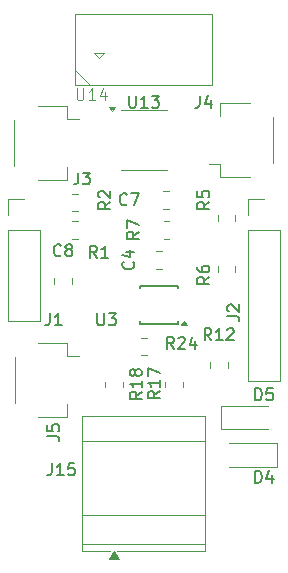
<source format=gbr>
%TF.GenerationSoftware,KiCad,Pcbnew,9.0.3*%
%TF.CreationDate,2026-01-02T19:57:45-06:00*%
%TF.ProjectId,IsolatedADSandVoltmeterPCB,49736f6c-6174-4656-9441-4453616e6456,rev?*%
%TF.SameCoordinates,Original*%
%TF.FileFunction,Legend,Top*%
%TF.FilePolarity,Positive*%
%FSLAX46Y46*%
G04 Gerber Fmt 4.6, Leading zero omitted, Abs format (unit mm)*
G04 Created by KiCad (PCBNEW 9.0.3) date 2026-01-02 19:57:45*
%MOMM*%
%LPD*%
G01*
G04 APERTURE LIST*
%ADD10C,0.150000*%
%ADD11C,0.100000*%
%ADD12C,0.120000*%
G04 APERTURE END LIST*
D10*
X144234819Y-60658333D02*
X144949104Y-60658333D01*
X144949104Y-60658333D02*
X145091961Y-60705952D01*
X145091961Y-60705952D02*
X145187200Y-60801190D01*
X145187200Y-60801190D02*
X145234819Y-60944047D01*
X145234819Y-60944047D02*
X145234819Y-61039285D01*
X144330057Y-60229761D02*
X144282438Y-60182142D01*
X144282438Y-60182142D02*
X144234819Y-60086904D01*
X144234819Y-60086904D02*
X144234819Y-59848809D01*
X144234819Y-59848809D02*
X144282438Y-59753571D01*
X144282438Y-59753571D02*
X144330057Y-59705952D01*
X144330057Y-59705952D02*
X144425295Y-59658333D01*
X144425295Y-59658333D02*
X144520533Y-59658333D01*
X144520533Y-59658333D02*
X144663390Y-59705952D01*
X144663390Y-59705952D02*
X145234819Y-60277380D01*
X145234819Y-60277380D02*
X145234819Y-59658333D01*
X129206666Y-60414819D02*
X129206666Y-61129104D01*
X129206666Y-61129104D02*
X129159047Y-61271961D01*
X129159047Y-61271961D02*
X129063809Y-61367200D01*
X129063809Y-61367200D02*
X128920952Y-61414819D01*
X128920952Y-61414819D02*
X128825714Y-61414819D01*
X130206666Y-61414819D02*
X129635238Y-61414819D01*
X129920952Y-61414819D02*
X129920952Y-60414819D01*
X129920952Y-60414819D02*
X129825714Y-60557676D01*
X129825714Y-60557676D02*
X129730476Y-60652914D01*
X129730476Y-60652914D02*
X129635238Y-60700533D01*
X136725819Y-53506666D02*
X136249628Y-53839999D01*
X136725819Y-54078094D02*
X135725819Y-54078094D01*
X135725819Y-54078094D02*
X135725819Y-53697142D01*
X135725819Y-53697142D02*
X135773438Y-53601904D01*
X135773438Y-53601904D02*
X135821057Y-53554285D01*
X135821057Y-53554285D02*
X135916295Y-53506666D01*
X135916295Y-53506666D02*
X136059152Y-53506666D01*
X136059152Y-53506666D02*
X136154390Y-53554285D01*
X136154390Y-53554285D02*
X136202009Y-53601904D01*
X136202009Y-53601904D02*
X136249628Y-53697142D01*
X136249628Y-53697142D02*
X136249628Y-54078094D01*
X135725819Y-53173332D02*
X135725819Y-52506666D01*
X135725819Y-52506666D02*
X136725819Y-52935237D01*
X142867142Y-62684819D02*
X142533809Y-62208628D01*
X142295714Y-62684819D02*
X142295714Y-61684819D01*
X142295714Y-61684819D02*
X142676666Y-61684819D01*
X142676666Y-61684819D02*
X142771904Y-61732438D01*
X142771904Y-61732438D02*
X142819523Y-61780057D01*
X142819523Y-61780057D02*
X142867142Y-61875295D01*
X142867142Y-61875295D02*
X142867142Y-62018152D01*
X142867142Y-62018152D02*
X142819523Y-62113390D01*
X142819523Y-62113390D02*
X142771904Y-62161009D01*
X142771904Y-62161009D02*
X142676666Y-62208628D01*
X142676666Y-62208628D02*
X142295714Y-62208628D01*
X143819523Y-62684819D02*
X143248095Y-62684819D01*
X143533809Y-62684819D02*
X143533809Y-61684819D01*
X143533809Y-61684819D02*
X143438571Y-61827676D01*
X143438571Y-61827676D02*
X143343333Y-61922914D01*
X143343333Y-61922914D02*
X143248095Y-61970533D01*
X144200476Y-61780057D02*
X144248095Y-61732438D01*
X144248095Y-61732438D02*
X144343333Y-61684819D01*
X144343333Y-61684819D02*
X144581428Y-61684819D01*
X144581428Y-61684819D02*
X144676666Y-61732438D01*
X144676666Y-61732438D02*
X144724285Y-61780057D01*
X144724285Y-61780057D02*
X144771904Y-61875295D01*
X144771904Y-61875295D02*
X144771904Y-61970533D01*
X144771904Y-61970533D02*
X144724285Y-62113390D01*
X144724285Y-62113390D02*
X144152857Y-62684819D01*
X144152857Y-62684819D02*
X144771904Y-62684819D01*
X146581905Y-74749819D02*
X146581905Y-73749819D01*
X146581905Y-73749819D02*
X146820000Y-73749819D01*
X146820000Y-73749819D02*
X146962857Y-73797438D01*
X146962857Y-73797438D02*
X147058095Y-73892676D01*
X147058095Y-73892676D02*
X147105714Y-73987914D01*
X147105714Y-73987914D02*
X147153333Y-74178390D01*
X147153333Y-74178390D02*
X147153333Y-74321247D01*
X147153333Y-74321247D02*
X147105714Y-74511723D01*
X147105714Y-74511723D02*
X147058095Y-74606961D01*
X147058095Y-74606961D02*
X146962857Y-74702200D01*
X146962857Y-74702200D02*
X146820000Y-74749819D01*
X146820000Y-74749819D02*
X146581905Y-74749819D01*
X148010476Y-74083152D02*
X148010476Y-74749819D01*
X147772381Y-73702200D02*
X147534286Y-74416485D01*
X147534286Y-74416485D02*
X148153333Y-74416485D01*
X133223095Y-60414819D02*
X133223095Y-61224342D01*
X133223095Y-61224342D02*
X133270714Y-61319580D01*
X133270714Y-61319580D02*
X133318333Y-61367200D01*
X133318333Y-61367200D02*
X133413571Y-61414819D01*
X133413571Y-61414819D02*
X133604047Y-61414819D01*
X133604047Y-61414819D02*
X133699285Y-61367200D01*
X133699285Y-61367200D02*
X133746904Y-61319580D01*
X133746904Y-61319580D02*
X133794523Y-61224342D01*
X133794523Y-61224342D02*
X133794523Y-60414819D01*
X134175476Y-60414819D02*
X134794523Y-60414819D01*
X134794523Y-60414819D02*
X134461190Y-60795771D01*
X134461190Y-60795771D02*
X134604047Y-60795771D01*
X134604047Y-60795771D02*
X134699285Y-60843390D01*
X134699285Y-60843390D02*
X134746904Y-60891009D01*
X134746904Y-60891009D02*
X134794523Y-60986247D01*
X134794523Y-60986247D02*
X134794523Y-61224342D01*
X134794523Y-61224342D02*
X134746904Y-61319580D01*
X134746904Y-61319580D02*
X134699285Y-61367200D01*
X134699285Y-61367200D02*
X134604047Y-61414819D01*
X134604047Y-61414819D02*
X134318333Y-61414819D01*
X134318333Y-61414819D02*
X134223095Y-61367200D01*
X134223095Y-61367200D02*
X134175476Y-61319580D01*
D11*
X131476905Y-41367419D02*
X131476905Y-42176942D01*
X131476905Y-42176942D02*
X131524524Y-42272180D01*
X131524524Y-42272180D02*
X131572143Y-42319800D01*
X131572143Y-42319800D02*
X131667381Y-42367419D01*
X131667381Y-42367419D02*
X131857857Y-42367419D01*
X131857857Y-42367419D02*
X131953095Y-42319800D01*
X131953095Y-42319800D02*
X132000714Y-42272180D01*
X132000714Y-42272180D02*
X132048333Y-42176942D01*
X132048333Y-42176942D02*
X132048333Y-41367419D01*
X133048333Y-42367419D02*
X132476905Y-42367419D01*
X132762619Y-42367419D02*
X132762619Y-41367419D01*
X132762619Y-41367419D02*
X132667381Y-41510276D01*
X132667381Y-41510276D02*
X132572143Y-41605514D01*
X132572143Y-41605514D02*
X132476905Y-41653133D01*
X133905476Y-41700752D02*
X133905476Y-42367419D01*
X133667381Y-41319800D02*
X133429286Y-42034085D01*
X133429286Y-42034085D02*
X134048333Y-42034085D01*
D10*
X135921905Y-41999819D02*
X135921905Y-42809342D01*
X135921905Y-42809342D02*
X135969524Y-42904580D01*
X135969524Y-42904580D02*
X136017143Y-42952200D01*
X136017143Y-42952200D02*
X136112381Y-42999819D01*
X136112381Y-42999819D02*
X136302857Y-42999819D01*
X136302857Y-42999819D02*
X136398095Y-42952200D01*
X136398095Y-42952200D02*
X136445714Y-42904580D01*
X136445714Y-42904580D02*
X136493333Y-42809342D01*
X136493333Y-42809342D02*
X136493333Y-41999819D01*
X137493333Y-42999819D02*
X136921905Y-42999819D01*
X137207619Y-42999819D02*
X137207619Y-41999819D01*
X137207619Y-41999819D02*
X137112381Y-42142676D01*
X137112381Y-42142676D02*
X137017143Y-42237914D01*
X137017143Y-42237914D02*
X136921905Y-42285533D01*
X137826667Y-41999819D02*
X138445714Y-41999819D01*
X138445714Y-41999819D02*
X138112381Y-42380771D01*
X138112381Y-42380771D02*
X138255238Y-42380771D01*
X138255238Y-42380771D02*
X138350476Y-42428390D01*
X138350476Y-42428390D02*
X138398095Y-42476009D01*
X138398095Y-42476009D02*
X138445714Y-42571247D01*
X138445714Y-42571247D02*
X138445714Y-42809342D01*
X138445714Y-42809342D02*
X138398095Y-42904580D01*
X138398095Y-42904580D02*
X138350476Y-42952200D01*
X138350476Y-42952200D02*
X138255238Y-42999819D01*
X138255238Y-42999819D02*
X137969524Y-42999819D01*
X137969524Y-42999819D02*
X137874286Y-42952200D01*
X137874286Y-42952200D02*
X137826667Y-42904580D01*
X129365476Y-73114819D02*
X129365476Y-73829104D01*
X129365476Y-73829104D02*
X129317857Y-73971961D01*
X129317857Y-73971961D02*
X129222619Y-74067200D01*
X129222619Y-74067200D02*
X129079762Y-74114819D01*
X129079762Y-74114819D02*
X128984524Y-74114819D01*
X130365476Y-74114819D02*
X129794048Y-74114819D01*
X130079762Y-74114819D02*
X130079762Y-73114819D01*
X130079762Y-73114819D02*
X129984524Y-73257676D01*
X129984524Y-73257676D02*
X129889286Y-73352914D01*
X129889286Y-73352914D02*
X129794048Y-73400533D01*
X131270238Y-73114819D02*
X130794048Y-73114819D01*
X130794048Y-73114819D02*
X130746429Y-73591009D01*
X130746429Y-73591009D02*
X130794048Y-73543390D01*
X130794048Y-73543390D02*
X130889286Y-73495771D01*
X130889286Y-73495771D02*
X131127381Y-73495771D01*
X131127381Y-73495771D02*
X131222619Y-73543390D01*
X131222619Y-73543390D02*
X131270238Y-73591009D01*
X131270238Y-73591009D02*
X131317857Y-73686247D01*
X131317857Y-73686247D02*
X131317857Y-73924342D01*
X131317857Y-73924342D02*
X131270238Y-74019580D01*
X131270238Y-74019580D02*
X131222619Y-74067200D01*
X131222619Y-74067200D02*
X131127381Y-74114819D01*
X131127381Y-74114819D02*
X130889286Y-74114819D01*
X130889286Y-74114819D02*
X130794048Y-74067200D01*
X130794048Y-74067200D02*
X130746429Y-74019580D01*
X139692142Y-63419819D02*
X139358809Y-62943628D01*
X139120714Y-63419819D02*
X139120714Y-62419819D01*
X139120714Y-62419819D02*
X139501666Y-62419819D01*
X139501666Y-62419819D02*
X139596904Y-62467438D01*
X139596904Y-62467438D02*
X139644523Y-62515057D01*
X139644523Y-62515057D02*
X139692142Y-62610295D01*
X139692142Y-62610295D02*
X139692142Y-62753152D01*
X139692142Y-62753152D02*
X139644523Y-62848390D01*
X139644523Y-62848390D02*
X139596904Y-62896009D01*
X139596904Y-62896009D02*
X139501666Y-62943628D01*
X139501666Y-62943628D02*
X139120714Y-62943628D01*
X140073095Y-62515057D02*
X140120714Y-62467438D01*
X140120714Y-62467438D02*
X140215952Y-62419819D01*
X140215952Y-62419819D02*
X140454047Y-62419819D01*
X140454047Y-62419819D02*
X140549285Y-62467438D01*
X140549285Y-62467438D02*
X140596904Y-62515057D01*
X140596904Y-62515057D02*
X140644523Y-62610295D01*
X140644523Y-62610295D02*
X140644523Y-62705533D01*
X140644523Y-62705533D02*
X140596904Y-62848390D01*
X140596904Y-62848390D02*
X140025476Y-63419819D01*
X140025476Y-63419819D02*
X140644523Y-63419819D01*
X141501666Y-62753152D02*
X141501666Y-63419819D01*
X141263571Y-62372200D02*
X141025476Y-63086485D01*
X141025476Y-63086485D02*
X141644523Y-63086485D01*
X130135333Y-55477580D02*
X130087714Y-55525200D01*
X130087714Y-55525200D02*
X129944857Y-55572819D01*
X129944857Y-55572819D02*
X129849619Y-55572819D01*
X129849619Y-55572819D02*
X129706762Y-55525200D01*
X129706762Y-55525200D02*
X129611524Y-55429961D01*
X129611524Y-55429961D02*
X129563905Y-55334723D01*
X129563905Y-55334723D02*
X129516286Y-55144247D01*
X129516286Y-55144247D02*
X129516286Y-55001390D01*
X129516286Y-55001390D02*
X129563905Y-54810914D01*
X129563905Y-54810914D02*
X129611524Y-54715676D01*
X129611524Y-54715676D02*
X129706762Y-54620438D01*
X129706762Y-54620438D02*
X129849619Y-54572819D01*
X129849619Y-54572819D02*
X129944857Y-54572819D01*
X129944857Y-54572819D02*
X130087714Y-54620438D01*
X130087714Y-54620438D02*
X130135333Y-54668057D01*
X130706762Y-55001390D02*
X130611524Y-54953771D01*
X130611524Y-54953771D02*
X130563905Y-54906152D01*
X130563905Y-54906152D02*
X130516286Y-54810914D01*
X130516286Y-54810914D02*
X130516286Y-54763295D01*
X130516286Y-54763295D02*
X130563905Y-54668057D01*
X130563905Y-54668057D02*
X130611524Y-54620438D01*
X130611524Y-54620438D02*
X130706762Y-54572819D01*
X130706762Y-54572819D02*
X130897238Y-54572819D01*
X130897238Y-54572819D02*
X130992476Y-54620438D01*
X130992476Y-54620438D02*
X131040095Y-54668057D01*
X131040095Y-54668057D02*
X131087714Y-54763295D01*
X131087714Y-54763295D02*
X131087714Y-54810914D01*
X131087714Y-54810914D02*
X131040095Y-54906152D01*
X131040095Y-54906152D02*
X130992476Y-54953771D01*
X130992476Y-54953771D02*
X130897238Y-55001390D01*
X130897238Y-55001390D02*
X130706762Y-55001390D01*
X130706762Y-55001390D02*
X130611524Y-55049009D01*
X130611524Y-55049009D02*
X130563905Y-55096628D01*
X130563905Y-55096628D02*
X130516286Y-55191866D01*
X130516286Y-55191866D02*
X130516286Y-55382342D01*
X130516286Y-55382342D02*
X130563905Y-55477580D01*
X130563905Y-55477580D02*
X130611524Y-55525200D01*
X130611524Y-55525200D02*
X130706762Y-55572819D01*
X130706762Y-55572819D02*
X130897238Y-55572819D01*
X130897238Y-55572819D02*
X130992476Y-55525200D01*
X130992476Y-55525200D02*
X131040095Y-55477580D01*
X131040095Y-55477580D02*
X131087714Y-55382342D01*
X131087714Y-55382342D02*
X131087714Y-55191866D01*
X131087714Y-55191866D02*
X131040095Y-55096628D01*
X131040095Y-55096628D02*
X130992476Y-55049009D01*
X130992476Y-55049009D02*
X130897238Y-55001390D01*
X141906666Y-41999819D02*
X141906666Y-42714104D01*
X141906666Y-42714104D02*
X141859047Y-42856961D01*
X141859047Y-42856961D02*
X141763809Y-42952200D01*
X141763809Y-42952200D02*
X141620952Y-42999819D01*
X141620952Y-42999819D02*
X141525714Y-42999819D01*
X142811428Y-42333152D02*
X142811428Y-42999819D01*
X142573333Y-41952200D02*
X142335238Y-42666485D01*
X142335238Y-42666485D02*
X142954285Y-42666485D01*
X128994819Y-70818333D02*
X129709104Y-70818333D01*
X129709104Y-70818333D02*
X129851961Y-70865952D01*
X129851961Y-70865952D02*
X129947200Y-70961190D01*
X129947200Y-70961190D02*
X129994819Y-71104047D01*
X129994819Y-71104047D02*
X129994819Y-71199285D01*
X128994819Y-69865952D02*
X128994819Y-70342142D01*
X128994819Y-70342142D02*
X129471009Y-70389761D01*
X129471009Y-70389761D02*
X129423390Y-70342142D01*
X129423390Y-70342142D02*
X129375771Y-70246904D01*
X129375771Y-70246904D02*
X129375771Y-70008809D01*
X129375771Y-70008809D02*
X129423390Y-69913571D01*
X129423390Y-69913571D02*
X129471009Y-69865952D01*
X129471009Y-69865952D02*
X129566247Y-69818333D01*
X129566247Y-69818333D02*
X129804342Y-69818333D01*
X129804342Y-69818333D02*
X129899580Y-69865952D01*
X129899580Y-69865952D02*
X129947200Y-69913571D01*
X129947200Y-69913571D02*
X129994819Y-70008809D01*
X129994819Y-70008809D02*
X129994819Y-70246904D01*
X129994819Y-70246904D02*
X129947200Y-70342142D01*
X129947200Y-70342142D02*
X129899580Y-70389761D01*
X136979819Y-67047857D02*
X136503628Y-67381190D01*
X136979819Y-67619285D02*
X135979819Y-67619285D01*
X135979819Y-67619285D02*
X135979819Y-67238333D01*
X135979819Y-67238333D02*
X136027438Y-67143095D01*
X136027438Y-67143095D02*
X136075057Y-67095476D01*
X136075057Y-67095476D02*
X136170295Y-67047857D01*
X136170295Y-67047857D02*
X136313152Y-67047857D01*
X136313152Y-67047857D02*
X136408390Y-67095476D01*
X136408390Y-67095476D02*
X136456009Y-67143095D01*
X136456009Y-67143095D02*
X136503628Y-67238333D01*
X136503628Y-67238333D02*
X136503628Y-67619285D01*
X136979819Y-66095476D02*
X136979819Y-66666904D01*
X136979819Y-66381190D02*
X135979819Y-66381190D01*
X135979819Y-66381190D02*
X136122676Y-66476428D01*
X136122676Y-66476428D02*
X136217914Y-66571666D01*
X136217914Y-66571666D02*
X136265533Y-66666904D01*
X136408390Y-65524047D02*
X136360771Y-65619285D01*
X136360771Y-65619285D02*
X136313152Y-65666904D01*
X136313152Y-65666904D02*
X136217914Y-65714523D01*
X136217914Y-65714523D02*
X136170295Y-65714523D01*
X136170295Y-65714523D02*
X136075057Y-65666904D01*
X136075057Y-65666904D02*
X136027438Y-65619285D01*
X136027438Y-65619285D02*
X135979819Y-65524047D01*
X135979819Y-65524047D02*
X135979819Y-65333571D01*
X135979819Y-65333571D02*
X136027438Y-65238333D01*
X136027438Y-65238333D02*
X136075057Y-65190714D01*
X136075057Y-65190714D02*
X136170295Y-65143095D01*
X136170295Y-65143095D02*
X136217914Y-65143095D01*
X136217914Y-65143095D02*
X136313152Y-65190714D01*
X136313152Y-65190714D02*
X136360771Y-65238333D01*
X136360771Y-65238333D02*
X136408390Y-65333571D01*
X136408390Y-65333571D02*
X136408390Y-65524047D01*
X136408390Y-65524047D02*
X136456009Y-65619285D01*
X136456009Y-65619285D02*
X136503628Y-65666904D01*
X136503628Y-65666904D02*
X136598866Y-65714523D01*
X136598866Y-65714523D02*
X136789342Y-65714523D01*
X136789342Y-65714523D02*
X136884580Y-65666904D01*
X136884580Y-65666904D02*
X136932200Y-65619285D01*
X136932200Y-65619285D02*
X136979819Y-65524047D01*
X136979819Y-65524047D02*
X136979819Y-65333571D01*
X136979819Y-65333571D02*
X136932200Y-65238333D01*
X136932200Y-65238333D02*
X136884580Y-65190714D01*
X136884580Y-65190714D02*
X136789342Y-65143095D01*
X136789342Y-65143095D02*
X136598866Y-65143095D01*
X136598866Y-65143095D02*
X136503628Y-65190714D01*
X136503628Y-65190714D02*
X136456009Y-65238333D01*
X136456009Y-65238333D02*
X136408390Y-65333571D01*
X135723333Y-51159580D02*
X135675714Y-51207200D01*
X135675714Y-51207200D02*
X135532857Y-51254819D01*
X135532857Y-51254819D02*
X135437619Y-51254819D01*
X135437619Y-51254819D02*
X135294762Y-51207200D01*
X135294762Y-51207200D02*
X135199524Y-51111961D01*
X135199524Y-51111961D02*
X135151905Y-51016723D01*
X135151905Y-51016723D02*
X135104286Y-50826247D01*
X135104286Y-50826247D02*
X135104286Y-50683390D01*
X135104286Y-50683390D02*
X135151905Y-50492914D01*
X135151905Y-50492914D02*
X135199524Y-50397676D01*
X135199524Y-50397676D02*
X135294762Y-50302438D01*
X135294762Y-50302438D02*
X135437619Y-50254819D01*
X135437619Y-50254819D02*
X135532857Y-50254819D01*
X135532857Y-50254819D02*
X135675714Y-50302438D01*
X135675714Y-50302438D02*
X135723333Y-50350057D01*
X136056667Y-50254819D02*
X136723333Y-50254819D01*
X136723333Y-50254819D02*
X136294762Y-51254819D01*
X131589666Y-48482819D02*
X131589666Y-49197104D01*
X131589666Y-49197104D02*
X131542047Y-49339961D01*
X131542047Y-49339961D02*
X131446809Y-49435200D01*
X131446809Y-49435200D02*
X131303952Y-49482819D01*
X131303952Y-49482819D02*
X131208714Y-49482819D01*
X131970619Y-48482819D02*
X132589666Y-48482819D01*
X132589666Y-48482819D02*
X132256333Y-48863771D01*
X132256333Y-48863771D02*
X132399190Y-48863771D01*
X132399190Y-48863771D02*
X132494428Y-48911390D01*
X132494428Y-48911390D02*
X132542047Y-48959009D01*
X132542047Y-48959009D02*
X132589666Y-49054247D01*
X132589666Y-49054247D02*
X132589666Y-49292342D01*
X132589666Y-49292342D02*
X132542047Y-49387580D01*
X132542047Y-49387580D02*
X132494428Y-49435200D01*
X132494428Y-49435200D02*
X132399190Y-49482819D01*
X132399190Y-49482819D02*
X132113476Y-49482819D01*
X132113476Y-49482819D02*
X132018238Y-49435200D01*
X132018238Y-49435200D02*
X131970619Y-49387580D01*
X136249580Y-56046666D02*
X136297200Y-56094285D01*
X136297200Y-56094285D02*
X136344819Y-56237142D01*
X136344819Y-56237142D02*
X136344819Y-56332380D01*
X136344819Y-56332380D02*
X136297200Y-56475237D01*
X136297200Y-56475237D02*
X136201961Y-56570475D01*
X136201961Y-56570475D02*
X136106723Y-56618094D01*
X136106723Y-56618094D02*
X135916247Y-56665713D01*
X135916247Y-56665713D02*
X135773390Y-56665713D01*
X135773390Y-56665713D02*
X135582914Y-56618094D01*
X135582914Y-56618094D02*
X135487676Y-56570475D01*
X135487676Y-56570475D02*
X135392438Y-56475237D01*
X135392438Y-56475237D02*
X135344819Y-56332380D01*
X135344819Y-56332380D02*
X135344819Y-56237142D01*
X135344819Y-56237142D02*
X135392438Y-56094285D01*
X135392438Y-56094285D02*
X135440057Y-56046666D01*
X135678152Y-55189523D02*
X136344819Y-55189523D01*
X135297200Y-55427618D02*
X136011485Y-55665713D01*
X136011485Y-55665713D02*
X136011485Y-55046666D01*
X138504819Y-66999107D02*
X138028628Y-67332440D01*
X138504819Y-67570535D02*
X137504819Y-67570535D01*
X137504819Y-67570535D02*
X137504819Y-67189583D01*
X137504819Y-67189583D02*
X137552438Y-67094345D01*
X137552438Y-67094345D02*
X137600057Y-67046726D01*
X137600057Y-67046726D02*
X137695295Y-66999107D01*
X137695295Y-66999107D02*
X137838152Y-66999107D01*
X137838152Y-66999107D02*
X137933390Y-67046726D01*
X137933390Y-67046726D02*
X137981009Y-67094345D01*
X137981009Y-67094345D02*
X138028628Y-67189583D01*
X138028628Y-67189583D02*
X138028628Y-67570535D01*
X138504819Y-66046726D02*
X138504819Y-66618154D01*
X138504819Y-66332440D02*
X137504819Y-66332440D01*
X137504819Y-66332440D02*
X137647676Y-66427678D01*
X137647676Y-66427678D02*
X137742914Y-66522916D01*
X137742914Y-66522916D02*
X137790533Y-66618154D01*
X137504819Y-65713392D02*
X137504819Y-65046726D01*
X137504819Y-65046726D02*
X138504819Y-65475297D01*
X133183333Y-55699819D02*
X132850000Y-55223628D01*
X132611905Y-55699819D02*
X132611905Y-54699819D01*
X132611905Y-54699819D02*
X132992857Y-54699819D01*
X132992857Y-54699819D02*
X133088095Y-54747438D01*
X133088095Y-54747438D02*
X133135714Y-54795057D01*
X133135714Y-54795057D02*
X133183333Y-54890295D01*
X133183333Y-54890295D02*
X133183333Y-55033152D01*
X133183333Y-55033152D02*
X133135714Y-55128390D01*
X133135714Y-55128390D02*
X133088095Y-55176009D01*
X133088095Y-55176009D02*
X132992857Y-55223628D01*
X132992857Y-55223628D02*
X132611905Y-55223628D01*
X134135714Y-55699819D02*
X133564286Y-55699819D01*
X133850000Y-55699819D02*
X133850000Y-54699819D01*
X133850000Y-54699819D02*
X133754762Y-54842676D01*
X133754762Y-54842676D02*
X133659524Y-54937914D01*
X133659524Y-54937914D02*
X133564286Y-54985533D01*
X142694819Y-57316666D02*
X142218628Y-57649999D01*
X142694819Y-57888094D02*
X141694819Y-57888094D01*
X141694819Y-57888094D02*
X141694819Y-57507142D01*
X141694819Y-57507142D02*
X141742438Y-57411904D01*
X141742438Y-57411904D02*
X141790057Y-57364285D01*
X141790057Y-57364285D02*
X141885295Y-57316666D01*
X141885295Y-57316666D02*
X142028152Y-57316666D01*
X142028152Y-57316666D02*
X142123390Y-57364285D01*
X142123390Y-57364285D02*
X142171009Y-57411904D01*
X142171009Y-57411904D02*
X142218628Y-57507142D01*
X142218628Y-57507142D02*
X142218628Y-57888094D01*
X141694819Y-56459523D02*
X141694819Y-56649999D01*
X141694819Y-56649999D02*
X141742438Y-56745237D01*
X141742438Y-56745237D02*
X141790057Y-56792856D01*
X141790057Y-56792856D02*
X141932914Y-56888094D01*
X141932914Y-56888094D02*
X142123390Y-56935713D01*
X142123390Y-56935713D02*
X142504342Y-56935713D01*
X142504342Y-56935713D02*
X142599580Y-56888094D01*
X142599580Y-56888094D02*
X142647200Y-56840475D01*
X142647200Y-56840475D02*
X142694819Y-56745237D01*
X142694819Y-56745237D02*
X142694819Y-56554761D01*
X142694819Y-56554761D02*
X142647200Y-56459523D01*
X142647200Y-56459523D02*
X142599580Y-56411904D01*
X142599580Y-56411904D02*
X142504342Y-56364285D01*
X142504342Y-56364285D02*
X142266247Y-56364285D01*
X142266247Y-56364285D02*
X142171009Y-56411904D01*
X142171009Y-56411904D02*
X142123390Y-56459523D01*
X142123390Y-56459523D02*
X142075771Y-56554761D01*
X142075771Y-56554761D02*
X142075771Y-56745237D01*
X142075771Y-56745237D02*
X142123390Y-56840475D01*
X142123390Y-56840475D02*
X142171009Y-56888094D01*
X142171009Y-56888094D02*
X142266247Y-56935713D01*
X146581905Y-67764819D02*
X146581905Y-66764819D01*
X146581905Y-66764819D02*
X146820000Y-66764819D01*
X146820000Y-66764819D02*
X146962857Y-66812438D01*
X146962857Y-66812438D02*
X147058095Y-66907676D01*
X147058095Y-66907676D02*
X147105714Y-67002914D01*
X147105714Y-67002914D02*
X147153333Y-67193390D01*
X147153333Y-67193390D02*
X147153333Y-67336247D01*
X147153333Y-67336247D02*
X147105714Y-67526723D01*
X147105714Y-67526723D02*
X147058095Y-67621961D01*
X147058095Y-67621961D02*
X146962857Y-67717200D01*
X146962857Y-67717200D02*
X146820000Y-67764819D01*
X146820000Y-67764819D02*
X146581905Y-67764819D01*
X148058095Y-66764819D02*
X147581905Y-66764819D01*
X147581905Y-66764819D02*
X147534286Y-67241009D01*
X147534286Y-67241009D02*
X147581905Y-67193390D01*
X147581905Y-67193390D02*
X147677143Y-67145771D01*
X147677143Y-67145771D02*
X147915238Y-67145771D01*
X147915238Y-67145771D02*
X148010476Y-67193390D01*
X148010476Y-67193390D02*
X148058095Y-67241009D01*
X148058095Y-67241009D02*
X148105714Y-67336247D01*
X148105714Y-67336247D02*
X148105714Y-67574342D01*
X148105714Y-67574342D02*
X148058095Y-67669580D01*
X148058095Y-67669580D02*
X148010476Y-67717200D01*
X148010476Y-67717200D02*
X147915238Y-67764819D01*
X147915238Y-67764819D02*
X147677143Y-67764819D01*
X147677143Y-67764819D02*
X147581905Y-67717200D01*
X147581905Y-67717200D02*
X147534286Y-67669580D01*
X142694819Y-50966666D02*
X142218628Y-51299999D01*
X142694819Y-51538094D02*
X141694819Y-51538094D01*
X141694819Y-51538094D02*
X141694819Y-51157142D01*
X141694819Y-51157142D02*
X141742438Y-51061904D01*
X141742438Y-51061904D02*
X141790057Y-51014285D01*
X141790057Y-51014285D02*
X141885295Y-50966666D01*
X141885295Y-50966666D02*
X142028152Y-50966666D01*
X142028152Y-50966666D02*
X142123390Y-51014285D01*
X142123390Y-51014285D02*
X142171009Y-51061904D01*
X142171009Y-51061904D02*
X142218628Y-51157142D01*
X142218628Y-51157142D02*
X142218628Y-51538094D01*
X141694819Y-50061904D02*
X141694819Y-50538094D01*
X141694819Y-50538094D02*
X142171009Y-50585713D01*
X142171009Y-50585713D02*
X142123390Y-50538094D01*
X142123390Y-50538094D02*
X142075771Y-50442856D01*
X142075771Y-50442856D02*
X142075771Y-50204761D01*
X142075771Y-50204761D02*
X142123390Y-50109523D01*
X142123390Y-50109523D02*
X142171009Y-50061904D01*
X142171009Y-50061904D02*
X142266247Y-50014285D01*
X142266247Y-50014285D02*
X142504342Y-50014285D01*
X142504342Y-50014285D02*
X142599580Y-50061904D01*
X142599580Y-50061904D02*
X142647200Y-50109523D01*
X142647200Y-50109523D02*
X142694819Y-50204761D01*
X142694819Y-50204761D02*
X142694819Y-50442856D01*
X142694819Y-50442856D02*
X142647200Y-50538094D01*
X142647200Y-50538094D02*
X142599580Y-50585713D01*
X134312819Y-50966666D02*
X133836628Y-51299999D01*
X134312819Y-51538094D02*
X133312819Y-51538094D01*
X133312819Y-51538094D02*
X133312819Y-51157142D01*
X133312819Y-51157142D02*
X133360438Y-51061904D01*
X133360438Y-51061904D02*
X133408057Y-51014285D01*
X133408057Y-51014285D02*
X133503295Y-50966666D01*
X133503295Y-50966666D02*
X133646152Y-50966666D01*
X133646152Y-50966666D02*
X133741390Y-51014285D01*
X133741390Y-51014285D02*
X133789009Y-51061904D01*
X133789009Y-51061904D02*
X133836628Y-51157142D01*
X133836628Y-51157142D02*
X133836628Y-51538094D01*
X133408057Y-50585713D02*
X133360438Y-50538094D01*
X133360438Y-50538094D02*
X133312819Y-50442856D01*
X133312819Y-50442856D02*
X133312819Y-50204761D01*
X133312819Y-50204761D02*
X133360438Y-50109523D01*
X133360438Y-50109523D02*
X133408057Y-50061904D01*
X133408057Y-50061904D02*
X133503295Y-50014285D01*
X133503295Y-50014285D02*
X133598533Y-50014285D01*
X133598533Y-50014285D02*
X133741390Y-50061904D01*
X133741390Y-50061904D02*
X134312819Y-50633332D01*
X134312819Y-50633332D02*
X134312819Y-50014285D01*
D12*
%TO.C,J2*%
X145940000Y-50690000D02*
X147320000Y-50690000D01*
X145940000Y-52070000D02*
X145940000Y-50690000D01*
X145940000Y-53340000D02*
X145940000Y-66150000D01*
X145940000Y-53340000D02*
X148700000Y-53340000D01*
X145940000Y-66150000D02*
X148700000Y-66150000D01*
X148700000Y-53340000D02*
X148700000Y-66150000D01*
%TO.C,J1*%
X125620000Y-50690000D02*
X127000000Y-50690000D01*
X125620000Y-52070000D02*
X125620000Y-50690000D01*
X125620000Y-53340000D02*
X125620000Y-61070000D01*
X125620000Y-53340000D02*
X128380000Y-53340000D01*
X125620000Y-61070000D02*
X128380000Y-61070000D01*
X128380000Y-53340000D02*
X128380000Y-61070000D01*
%TO.C,R7*%
X138837936Y-54075000D02*
X139292064Y-54075000D01*
X138837936Y-52605000D02*
X139292064Y-52605000D01*
%TO.C,R12*%
X142775000Y-64542936D02*
X142775000Y-64997064D01*
X144245000Y-64542936D02*
X144245000Y-64997064D01*
%TO.C,D4*%
X148410000Y-71390000D02*
X144400000Y-71390000D01*
X148410000Y-73390000D02*
X144400000Y-73390000D01*
X148410000Y-73390000D02*
X148410000Y-71390000D01*
D10*
%TO.C,U3*%
X136805000Y-58065000D02*
X136805000Y-58290000D01*
X136805000Y-61315000D02*
X136805000Y-61090000D01*
X140055000Y-58065000D02*
X136805000Y-58065000D01*
X140055000Y-58065000D02*
X140055000Y-58290000D01*
X140055000Y-61315000D02*
X136805000Y-61315000D01*
X140055000Y-61315000D02*
X140055000Y-61090000D01*
D12*
X140770000Y-61420000D02*
X140290000Y-61420000D01*
X140530000Y-61090000D01*
X140770000Y-61420000D01*
G36*
X140770000Y-61420000D02*
G01*
X140290000Y-61420000D01*
X140530000Y-61090000D01*
X140770000Y-61420000D01*
G37*
D11*
%TO.C,U14*%
X131360000Y-39830000D02*
X132630000Y-41100000D01*
X132940947Y-38342423D02*
X133702947Y-38342423D01*
X133347347Y-38748823D02*
X132940947Y-38342423D01*
X133347347Y-38748823D02*
X133753747Y-38342423D01*
X133702947Y-38342423D02*
X133753747Y-38342423D01*
X131360000Y-35100000D02*
X142960000Y-35100000D01*
X142960000Y-41100000D01*
X131360000Y-41100000D01*
X131360000Y-35100000D01*
D12*
%TO.C,U13*%
X137160000Y-43160000D02*
X135210000Y-43160000D01*
X137160000Y-43160000D02*
X139110000Y-43160000D01*
X137160000Y-48280000D02*
X135210000Y-48280000D01*
X137160000Y-48280000D02*
X139110000Y-48280000D01*
X134460000Y-43255000D02*
X134220000Y-42925000D01*
X134700000Y-42925000D01*
X134460000Y-43255000D01*
G36*
X134460000Y-43255000D02*
G01*
X134220000Y-42925000D01*
X134700000Y-42925000D01*
X134460000Y-43255000D01*
G37*
%TO.C,J15*%
X131955000Y-69126250D02*
X142355000Y-69126250D01*
X131955000Y-71246250D02*
X142355000Y-71246250D01*
X131955000Y-77446250D02*
X142355000Y-77446250D01*
X131955000Y-79946250D02*
X142355000Y-79946250D01*
X131955000Y-80566250D02*
X131955000Y-69126250D01*
X134315000Y-80566250D02*
X131955000Y-80566250D01*
X142355000Y-69126250D02*
X142355000Y-80566250D01*
X142355000Y-80566250D02*
X134915000Y-80566250D01*
X135055000Y-81176250D02*
X134175000Y-81176250D01*
X134615000Y-80566250D01*
X135055000Y-81176250D01*
G36*
X135055000Y-81176250D02*
G01*
X134175000Y-81176250D01*
X134615000Y-80566250D01*
X135055000Y-81176250D01*
G37*
%TO.C,R24*%
X137387064Y-62495000D02*
X136932936Y-62495000D01*
X137387064Y-63965000D02*
X136932936Y-63965000D01*
%TO.C,C8*%
X129567000Y-57396748D02*
X129567000Y-57919252D01*
X131037000Y-57396748D02*
X131037000Y-57919252D01*
%TO.C,J4*%
X148100000Y-47660000D02*
X148100000Y-43780000D01*
X146130000Y-48830000D02*
X143630000Y-48830000D01*
X146130000Y-42610000D02*
X143630000Y-42610000D01*
X143630000Y-48830000D02*
X143630000Y-47780000D01*
X143630000Y-47780000D02*
X142640000Y-47780000D01*
X143630000Y-42610000D02*
X143630000Y-43660000D01*
%TO.C,J5*%
X126220000Y-64100000D02*
X126220000Y-67980000D01*
X128190000Y-62930000D02*
X130690000Y-62930000D01*
X128190000Y-69150000D02*
X130690000Y-69150000D01*
X130690000Y-62930000D02*
X130690000Y-63980000D01*
X130690000Y-63980000D02*
X131680000Y-63980000D01*
X130690000Y-69150000D02*
X130690000Y-68100000D01*
%TO.C,R18*%
X133885000Y-66632064D02*
X133885000Y-66177936D01*
X135355000Y-66632064D02*
X135355000Y-66177936D01*
%TO.C,C7*%
X138803748Y-51535000D02*
X139326252Y-51535000D01*
X138803748Y-50065000D02*
X139326252Y-50065000D01*
%TO.C,J3*%
X126190000Y-44040000D02*
X126190000Y-47920000D01*
X128160000Y-42870000D02*
X130660000Y-42870000D01*
X128160000Y-49090000D02*
X130660000Y-49090000D01*
X130660000Y-42870000D02*
X130660000Y-43920000D01*
X130660000Y-43920000D02*
X131650000Y-43920000D01*
X130660000Y-49090000D02*
X130660000Y-48040000D01*
%TO.C,C4*%
X138691252Y-55145000D02*
X138168748Y-55145000D01*
X138691252Y-56615000D02*
X138168748Y-56615000D01*
%TO.C,R17*%
X138965000Y-66632064D02*
X138965000Y-66177936D01*
X140435000Y-66632064D02*
X140435000Y-66177936D01*
%TO.C,R1*%
X131090936Y-52605000D02*
X131545064Y-52605000D01*
X131090936Y-54075000D02*
X131545064Y-54075000D01*
%TO.C,R6*%
X143410000Y-56414936D02*
X143410000Y-56869064D01*
X144880000Y-56414936D02*
X144880000Y-56869064D01*
%TO.C,D5*%
X143690000Y-68215000D02*
X143690000Y-70215000D01*
X143690000Y-68215000D02*
X147700000Y-68215000D01*
X143690000Y-70215000D02*
X147700000Y-70215000D01*
%TO.C,R5*%
X143410000Y-52112936D02*
X143410000Y-52567064D01*
X144880000Y-52112936D02*
X144880000Y-52567064D01*
%TO.C,R2*%
X131090936Y-50301000D02*
X131545064Y-50301000D01*
X131090936Y-51771000D02*
X131545064Y-51771000D01*
%TD*%
M02*

</source>
